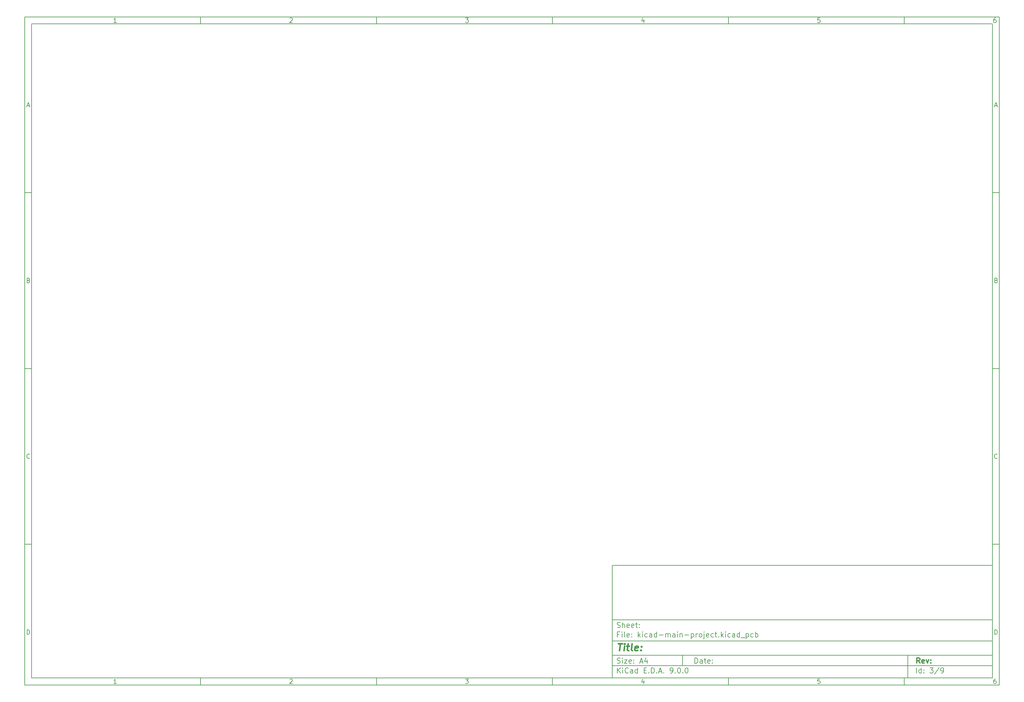
<source format=gbr>
%TF.GenerationSoftware,KiCad,Pcbnew,9.0.0*%
%TF.CreationDate,2025-05-10T22:05:33+07:00*%
%TF.ProjectId,kicad-main-project,6b696361-642d-46d6-9169-6e2d70726f6a,rev?*%
%TF.SameCoordinates,Original*%
%TF.FileFunction,Paste,Top*%
%TF.FilePolarity,Positive*%
%FSLAX46Y46*%
G04 Gerber Fmt 4.6, Leading zero omitted, Abs format (unit mm)*
G04 Created by KiCad (PCBNEW 9.0.0) date 2025-05-10 22:05:33*
%MOMM*%
%LPD*%
G01*
G04 APERTURE LIST*
%ADD10C,0.100000*%
%ADD11C,0.150000*%
%ADD12C,0.300000*%
%ADD13C,0.400000*%
G04 APERTURE END LIST*
D10*
D11*
X177002200Y-166007200D02*
X285002200Y-166007200D01*
X285002200Y-198007200D01*
X177002200Y-198007200D01*
X177002200Y-166007200D01*
D10*
D11*
X10000000Y-10000000D02*
X287002200Y-10000000D01*
X287002200Y-200007200D01*
X10000000Y-200007200D01*
X10000000Y-10000000D01*
D10*
D11*
X12000000Y-12000000D02*
X285002200Y-12000000D01*
X285002200Y-198007200D01*
X12000000Y-198007200D01*
X12000000Y-12000000D01*
D10*
D11*
X60000000Y-12000000D02*
X60000000Y-10000000D01*
D10*
D11*
X110000000Y-12000000D02*
X110000000Y-10000000D01*
D10*
D11*
X160000000Y-12000000D02*
X160000000Y-10000000D01*
D10*
D11*
X210000000Y-12000000D02*
X210000000Y-10000000D01*
D10*
D11*
X260000000Y-12000000D02*
X260000000Y-10000000D01*
D10*
D11*
X36089160Y-11593604D02*
X35346303Y-11593604D01*
X35717731Y-11593604D02*
X35717731Y-10293604D01*
X35717731Y-10293604D02*
X35593922Y-10479319D01*
X35593922Y-10479319D02*
X35470112Y-10603128D01*
X35470112Y-10603128D02*
X35346303Y-10665033D01*
D10*
D11*
X85346303Y-10417414D02*
X85408207Y-10355509D01*
X85408207Y-10355509D02*
X85532017Y-10293604D01*
X85532017Y-10293604D02*
X85841541Y-10293604D01*
X85841541Y-10293604D02*
X85965350Y-10355509D01*
X85965350Y-10355509D02*
X86027255Y-10417414D01*
X86027255Y-10417414D02*
X86089160Y-10541223D01*
X86089160Y-10541223D02*
X86089160Y-10665033D01*
X86089160Y-10665033D02*
X86027255Y-10850747D01*
X86027255Y-10850747D02*
X85284398Y-11593604D01*
X85284398Y-11593604D02*
X86089160Y-11593604D01*
D10*
D11*
X135284398Y-10293604D02*
X136089160Y-10293604D01*
X136089160Y-10293604D02*
X135655826Y-10788842D01*
X135655826Y-10788842D02*
X135841541Y-10788842D01*
X135841541Y-10788842D02*
X135965350Y-10850747D01*
X135965350Y-10850747D02*
X136027255Y-10912652D01*
X136027255Y-10912652D02*
X136089160Y-11036461D01*
X136089160Y-11036461D02*
X136089160Y-11345985D01*
X136089160Y-11345985D02*
X136027255Y-11469795D01*
X136027255Y-11469795D02*
X135965350Y-11531700D01*
X135965350Y-11531700D02*
X135841541Y-11593604D01*
X135841541Y-11593604D02*
X135470112Y-11593604D01*
X135470112Y-11593604D02*
X135346303Y-11531700D01*
X135346303Y-11531700D02*
X135284398Y-11469795D01*
D10*
D11*
X185965350Y-10726938D02*
X185965350Y-11593604D01*
X185655826Y-10231700D02*
X185346303Y-11160271D01*
X185346303Y-11160271D02*
X186151064Y-11160271D01*
D10*
D11*
X236027255Y-10293604D02*
X235408207Y-10293604D01*
X235408207Y-10293604D02*
X235346303Y-10912652D01*
X235346303Y-10912652D02*
X235408207Y-10850747D01*
X235408207Y-10850747D02*
X235532017Y-10788842D01*
X235532017Y-10788842D02*
X235841541Y-10788842D01*
X235841541Y-10788842D02*
X235965350Y-10850747D01*
X235965350Y-10850747D02*
X236027255Y-10912652D01*
X236027255Y-10912652D02*
X236089160Y-11036461D01*
X236089160Y-11036461D02*
X236089160Y-11345985D01*
X236089160Y-11345985D02*
X236027255Y-11469795D01*
X236027255Y-11469795D02*
X235965350Y-11531700D01*
X235965350Y-11531700D02*
X235841541Y-11593604D01*
X235841541Y-11593604D02*
X235532017Y-11593604D01*
X235532017Y-11593604D02*
X235408207Y-11531700D01*
X235408207Y-11531700D02*
X235346303Y-11469795D01*
D10*
D11*
X285965350Y-10293604D02*
X285717731Y-10293604D01*
X285717731Y-10293604D02*
X285593922Y-10355509D01*
X285593922Y-10355509D02*
X285532017Y-10417414D01*
X285532017Y-10417414D02*
X285408207Y-10603128D01*
X285408207Y-10603128D02*
X285346303Y-10850747D01*
X285346303Y-10850747D02*
X285346303Y-11345985D01*
X285346303Y-11345985D02*
X285408207Y-11469795D01*
X285408207Y-11469795D02*
X285470112Y-11531700D01*
X285470112Y-11531700D02*
X285593922Y-11593604D01*
X285593922Y-11593604D02*
X285841541Y-11593604D01*
X285841541Y-11593604D02*
X285965350Y-11531700D01*
X285965350Y-11531700D02*
X286027255Y-11469795D01*
X286027255Y-11469795D02*
X286089160Y-11345985D01*
X286089160Y-11345985D02*
X286089160Y-11036461D01*
X286089160Y-11036461D02*
X286027255Y-10912652D01*
X286027255Y-10912652D02*
X285965350Y-10850747D01*
X285965350Y-10850747D02*
X285841541Y-10788842D01*
X285841541Y-10788842D02*
X285593922Y-10788842D01*
X285593922Y-10788842D02*
X285470112Y-10850747D01*
X285470112Y-10850747D02*
X285408207Y-10912652D01*
X285408207Y-10912652D02*
X285346303Y-11036461D01*
D10*
D11*
X60000000Y-198007200D02*
X60000000Y-200007200D01*
D10*
D11*
X110000000Y-198007200D02*
X110000000Y-200007200D01*
D10*
D11*
X160000000Y-198007200D02*
X160000000Y-200007200D01*
D10*
D11*
X210000000Y-198007200D02*
X210000000Y-200007200D01*
D10*
D11*
X260000000Y-198007200D02*
X260000000Y-200007200D01*
D10*
D11*
X36089160Y-199600804D02*
X35346303Y-199600804D01*
X35717731Y-199600804D02*
X35717731Y-198300804D01*
X35717731Y-198300804D02*
X35593922Y-198486519D01*
X35593922Y-198486519D02*
X35470112Y-198610328D01*
X35470112Y-198610328D02*
X35346303Y-198672233D01*
D10*
D11*
X85346303Y-198424614D02*
X85408207Y-198362709D01*
X85408207Y-198362709D02*
X85532017Y-198300804D01*
X85532017Y-198300804D02*
X85841541Y-198300804D01*
X85841541Y-198300804D02*
X85965350Y-198362709D01*
X85965350Y-198362709D02*
X86027255Y-198424614D01*
X86027255Y-198424614D02*
X86089160Y-198548423D01*
X86089160Y-198548423D02*
X86089160Y-198672233D01*
X86089160Y-198672233D02*
X86027255Y-198857947D01*
X86027255Y-198857947D02*
X85284398Y-199600804D01*
X85284398Y-199600804D02*
X86089160Y-199600804D01*
D10*
D11*
X135284398Y-198300804D02*
X136089160Y-198300804D01*
X136089160Y-198300804D02*
X135655826Y-198796042D01*
X135655826Y-198796042D02*
X135841541Y-198796042D01*
X135841541Y-198796042D02*
X135965350Y-198857947D01*
X135965350Y-198857947D02*
X136027255Y-198919852D01*
X136027255Y-198919852D02*
X136089160Y-199043661D01*
X136089160Y-199043661D02*
X136089160Y-199353185D01*
X136089160Y-199353185D02*
X136027255Y-199476995D01*
X136027255Y-199476995D02*
X135965350Y-199538900D01*
X135965350Y-199538900D02*
X135841541Y-199600804D01*
X135841541Y-199600804D02*
X135470112Y-199600804D01*
X135470112Y-199600804D02*
X135346303Y-199538900D01*
X135346303Y-199538900D02*
X135284398Y-199476995D01*
D10*
D11*
X185965350Y-198734138D02*
X185965350Y-199600804D01*
X185655826Y-198238900D02*
X185346303Y-199167471D01*
X185346303Y-199167471D02*
X186151064Y-199167471D01*
D10*
D11*
X236027255Y-198300804D02*
X235408207Y-198300804D01*
X235408207Y-198300804D02*
X235346303Y-198919852D01*
X235346303Y-198919852D02*
X235408207Y-198857947D01*
X235408207Y-198857947D02*
X235532017Y-198796042D01*
X235532017Y-198796042D02*
X235841541Y-198796042D01*
X235841541Y-198796042D02*
X235965350Y-198857947D01*
X235965350Y-198857947D02*
X236027255Y-198919852D01*
X236027255Y-198919852D02*
X236089160Y-199043661D01*
X236089160Y-199043661D02*
X236089160Y-199353185D01*
X236089160Y-199353185D02*
X236027255Y-199476995D01*
X236027255Y-199476995D02*
X235965350Y-199538900D01*
X235965350Y-199538900D02*
X235841541Y-199600804D01*
X235841541Y-199600804D02*
X235532017Y-199600804D01*
X235532017Y-199600804D02*
X235408207Y-199538900D01*
X235408207Y-199538900D02*
X235346303Y-199476995D01*
D10*
D11*
X285965350Y-198300804D02*
X285717731Y-198300804D01*
X285717731Y-198300804D02*
X285593922Y-198362709D01*
X285593922Y-198362709D02*
X285532017Y-198424614D01*
X285532017Y-198424614D02*
X285408207Y-198610328D01*
X285408207Y-198610328D02*
X285346303Y-198857947D01*
X285346303Y-198857947D02*
X285346303Y-199353185D01*
X285346303Y-199353185D02*
X285408207Y-199476995D01*
X285408207Y-199476995D02*
X285470112Y-199538900D01*
X285470112Y-199538900D02*
X285593922Y-199600804D01*
X285593922Y-199600804D02*
X285841541Y-199600804D01*
X285841541Y-199600804D02*
X285965350Y-199538900D01*
X285965350Y-199538900D02*
X286027255Y-199476995D01*
X286027255Y-199476995D02*
X286089160Y-199353185D01*
X286089160Y-199353185D02*
X286089160Y-199043661D01*
X286089160Y-199043661D02*
X286027255Y-198919852D01*
X286027255Y-198919852D02*
X285965350Y-198857947D01*
X285965350Y-198857947D02*
X285841541Y-198796042D01*
X285841541Y-198796042D02*
X285593922Y-198796042D01*
X285593922Y-198796042D02*
X285470112Y-198857947D01*
X285470112Y-198857947D02*
X285408207Y-198919852D01*
X285408207Y-198919852D02*
X285346303Y-199043661D01*
D10*
D11*
X10000000Y-60000000D02*
X12000000Y-60000000D01*
D10*
D11*
X10000000Y-110000000D02*
X12000000Y-110000000D01*
D10*
D11*
X10000000Y-160000000D02*
X12000000Y-160000000D01*
D10*
D11*
X10690476Y-35222176D02*
X11309523Y-35222176D01*
X10566666Y-35593604D02*
X10999999Y-34293604D01*
X10999999Y-34293604D02*
X11433333Y-35593604D01*
D10*
D11*
X11092857Y-84912652D02*
X11278571Y-84974557D01*
X11278571Y-84974557D02*
X11340476Y-85036461D01*
X11340476Y-85036461D02*
X11402380Y-85160271D01*
X11402380Y-85160271D02*
X11402380Y-85345985D01*
X11402380Y-85345985D02*
X11340476Y-85469795D01*
X11340476Y-85469795D02*
X11278571Y-85531700D01*
X11278571Y-85531700D02*
X11154761Y-85593604D01*
X11154761Y-85593604D02*
X10659523Y-85593604D01*
X10659523Y-85593604D02*
X10659523Y-84293604D01*
X10659523Y-84293604D02*
X11092857Y-84293604D01*
X11092857Y-84293604D02*
X11216666Y-84355509D01*
X11216666Y-84355509D02*
X11278571Y-84417414D01*
X11278571Y-84417414D02*
X11340476Y-84541223D01*
X11340476Y-84541223D02*
X11340476Y-84665033D01*
X11340476Y-84665033D02*
X11278571Y-84788842D01*
X11278571Y-84788842D02*
X11216666Y-84850747D01*
X11216666Y-84850747D02*
X11092857Y-84912652D01*
X11092857Y-84912652D02*
X10659523Y-84912652D01*
D10*
D11*
X11402380Y-135469795D02*
X11340476Y-135531700D01*
X11340476Y-135531700D02*
X11154761Y-135593604D01*
X11154761Y-135593604D02*
X11030952Y-135593604D01*
X11030952Y-135593604D02*
X10845238Y-135531700D01*
X10845238Y-135531700D02*
X10721428Y-135407890D01*
X10721428Y-135407890D02*
X10659523Y-135284080D01*
X10659523Y-135284080D02*
X10597619Y-135036461D01*
X10597619Y-135036461D02*
X10597619Y-134850747D01*
X10597619Y-134850747D02*
X10659523Y-134603128D01*
X10659523Y-134603128D02*
X10721428Y-134479319D01*
X10721428Y-134479319D02*
X10845238Y-134355509D01*
X10845238Y-134355509D02*
X11030952Y-134293604D01*
X11030952Y-134293604D02*
X11154761Y-134293604D01*
X11154761Y-134293604D02*
X11340476Y-134355509D01*
X11340476Y-134355509D02*
X11402380Y-134417414D01*
D10*
D11*
X10659523Y-185593604D02*
X10659523Y-184293604D01*
X10659523Y-184293604D02*
X10969047Y-184293604D01*
X10969047Y-184293604D02*
X11154761Y-184355509D01*
X11154761Y-184355509D02*
X11278571Y-184479319D01*
X11278571Y-184479319D02*
X11340476Y-184603128D01*
X11340476Y-184603128D02*
X11402380Y-184850747D01*
X11402380Y-184850747D02*
X11402380Y-185036461D01*
X11402380Y-185036461D02*
X11340476Y-185284080D01*
X11340476Y-185284080D02*
X11278571Y-185407890D01*
X11278571Y-185407890D02*
X11154761Y-185531700D01*
X11154761Y-185531700D02*
X10969047Y-185593604D01*
X10969047Y-185593604D02*
X10659523Y-185593604D01*
D10*
D11*
X287002200Y-60000000D02*
X285002200Y-60000000D01*
D10*
D11*
X287002200Y-110000000D02*
X285002200Y-110000000D01*
D10*
D11*
X287002200Y-160000000D02*
X285002200Y-160000000D01*
D10*
D11*
X285692676Y-35222176D02*
X286311723Y-35222176D01*
X285568866Y-35593604D02*
X286002199Y-34293604D01*
X286002199Y-34293604D02*
X286435533Y-35593604D01*
D10*
D11*
X286095057Y-84912652D02*
X286280771Y-84974557D01*
X286280771Y-84974557D02*
X286342676Y-85036461D01*
X286342676Y-85036461D02*
X286404580Y-85160271D01*
X286404580Y-85160271D02*
X286404580Y-85345985D01*
X286404580Y-85345985D02*
X286342676Y-85469795D01*
X286342676Y-85469795D02*
X286280771Y-85531700D01*
X286280771Y-85531700D02*
X286156961Y-85593604D01*
X286156961Y-85593604D02*
X285661723Y-85593604D01*
X285661723Y-85593604D02*
X285661723Y-84293604D01*
X285661723Y-84293604D02*
X286095057Y-84293604D01*
X286095057Y-84293604D02*
X286218866Y-84355509D01*
X286218866Y-84355509D02*
X286280771Y-84417414D01*
X286280771Y-84417414D02*
X286342676Y-84541223D01*
X286342676Y-84541223D02*
X286342676Y-84665033D01*
X286342676Y-84665033D02*
X286280771Y-84788842D01*
X286280771Y-84788842D02*
X286218866Y-84850747D01*
X286218866Y-84850747D02*
X286095057Y-84912652D01*
X286095057Y-84912652D02*
X285661723Y-84912652D01*
D10*
D11*
X286404580Y-135469795D02*
X286342676Y-135531700D01*
X286342676Y-135531700D02*
X286156961Y-135593604D01*
X286156961Y-135593604D02*
X286033152Y-135593604D01*
X286033152Y-135593604D02*
X285847438Y-135531700D01*
X285847438Y-135531700D02*
X285723628Y-135407890D01*
X285723628Y-135407890D02*
X285661723Y-135284080D01*
X285661723Y-135284080D02*
X285599819Y-135036461D01*
X285599819Y-135036461D02*
X285599819Y-134850747D01*
X285599819Y-134850747D02*
X285661723Y-134603128D01*
X285661723Y-134603128D02*
X285723628Y-134479319D01*
X285723628Y-134479319D02*
X285847438Y-134355509D01*
X285847438Y-134355509D02*
X286033152Y-134293604D01*
X286033152Y-134293604D02*
X286156961Y-134293604D01*
X286156961Y-134293604D02*
X286342676Y-134355509D01*
X286342676Y-134355509D02*
X286404580Y-134417414D01*
D10*
D11*
X285661723Y-185593604D02*
X285661723Y-184293604D01*
X285661723Y-184293604D02*
X285971247Y-184293604D01*
X285971247Y-184293604D02*
X286156961Y-184355509D01*
X286156961Y-184355509D02*
X286280771Y-184479319D01*
X286280771Y-184479319D02*
X286342676Y-184603128D01*
X286342676Y-184603128D02*
X286404580Y-184850747D01*
X286404580Y-184850747D02*
X286404580Y-185036461D01*
X286404580Y-185036461D02*
X286342676Y-185284080D01*
X286342676Y-185284080D02*
X286280771Y-185407890D01*
X286280771Y-185407890D02*
X286156961Y-185531700D01*
X286156961Y-185531700D02*
X285971247Y-185593604D01*
X285971247Y-185593604D02*
X285661723Y-185593604D01*
D10*
D11*
X200458026Y-193793328D02*
X200458026Y-192293328D01*
X200458026Y-192293328D02*
X200815169Y-192293328D01*
X200815169Y-192293328D02*
X201029455Y-192364757D01*
X201029455Y-192364757D02*
X201172312Y-192507614D01*
X201172312Y-192507614D02*
X201243741Y-192650471D01*
X201243741Y-192650471D02*
X201315169Y-192936185D01*
X201315169Y-192936185D02*
X201315169Y-193150471D01*
X201315169Y-193150471D02*
X201243741Y-193436185D01*
X201243741Y-193436185D02*
X201172312Y-193579042D01*
X201172312Y-193579042D02*
X201029455Y-193721900D01*
X201029455Y-193721900D02*
X200815169Y-193793328D01*
X200815169Y-193793328D02*
X200458026Y-193793328D01*
X202600884Y-193793328D02*
X202600884Y-193007614D01*
X202600884Y-193007614D02*
X202529455Y-192864757D01*
X202529455Y-192864757D02*
X202386598Y-192793328D01*
X202386598Y-192793328D02*
X202100884Y-192793328D01*
X202100884Y-192793328D02*
X201958026Y-192864757D01*
X202600884Y-193721900D02*
X202458026Y-193793328D01*
X202458026Y-193793328D02*
X202100884Y-193793328D01*
X202100884Y-193793328D02*
X201958026Y-193721900D01*
X201958026Y-193721900D02*
X201886598Y-193579042D01*
X201886598Y-193579042D02*
X201886598Y-193436185D01*
X201886598Y-193436185D02*
X201958026Y-193293328D01*
X201958026Y-193293328D02*
X202100884Y-193221900D01*
X202100884Y-193221900D02*
X202458026Y-193221900D01*
X202458026Y-193221900D02*
X202600884Y-193150471D01*
X203100884Y-192793328D02*
X203672312Y-192793328D01*
X203315169Y-192293328D02*
X203315169Y-193579042D01*
X203315169Y-193579042D02*
X203386598Y-193721900D01*
X203386598Y-193721900D02*
X203529455Y-193793328D01*
X203529455Y-193793328D02*
X203672312Y-193793328D01*
X204743741Y-193721900D02*
X204600884Y-193793328D01*
X204600884Y-193793328D02*
X204315170Y-193793328D01*
X204315170Y-193793328D02*
X204172312Y-193721900D01*
X204172312Y-193721900D02*
X204100884Y-193579042D01*
X204100884Y-193579042D02*
X204100884Y-193007614D01*
X204100884Y-193007614D02*
X204172312Y-192864757D01*
X204172312Y-192864757D02*
X204315170Y-192793328D01*
X204315170Y-192793328D02*
X204600884Y-192793328D01*
X204600884Y-192793328D02*
X204743741Y-192864757D01*
X204743741Y-192864757D02*
X204815170Y-193007614D01*
X204815170Y-193007614D02*
X204815170Y-193150471D01*
X204815170Y-193150471D02*
X204100884Y-193293328D01*
X205458026Y-193650471D02*
X205529455Y-193721900D01*
X205529455Y-193721900D02*
X205458026Y-193793328D01*
X205458026Y-193793328D02*
X205386598Y-193721900D01*
X205386598Y-193721900D02*
X205458026Y-193650471D01*
X205458026Y-193650471D02*
X205458026Y-193793328D01*
X205458026Y-192864757D02*
X205529455Y-192936185D01*
X205529455Y-192936185D02*
X205458026Y-193007614D01*
X205458026Y-193007614D02*
X205386598Y-192936185D01*
X205386598Y-192936185D02*
X205458026Y-192864757D01*
X205458026Y-192864757D02*
X205458026Y-193007614D01*
D10*
D11*
X177002200Y-194507200D02*
X285002200Y-194507200D01*
D10*
D11*
X178458026Y-196593328D02*
X178458026Y-195093328D01*
X179315169Y-196593328D02*
X178672312Y-195736185D01*
X179315169Y-195093328D02*
X178458026Y-195950471D01*
X179958026Y-196593328D02*
X179958026Y-195593328D01*
X179958026Y-195093328D02*
X179886598Y-195164757D01*
X179886598Y-195164757D02*
X179958026Y-195236185D01*
X179958026Y-195236185D02*
X180029455Y-195164757D01*
X180029455Y-195164757D02*
X179958026Y-195093328D01*
X179958026Y-195093328D02*
X179958026Y-195236185D01*
X181529455Y-196450471D02*
X181458027Y-196521900D01*
X181458027Y-196521900D02*
X181243741Y-196593328D01*
X181243741Y-196593328D02*
X181100884Y-196593328D01*
X181100884Y-196593328D02*
X180886598Y-196521900D01*
X180886598Y-196521900D02*
X180743741Y-196379042D01*
X180743741Y-196379042D02*
X180672312Y-196236185D01*
X180672312Y-196236185D02*
X180600884Y-195950471D01*
X180600884Y-195950471D02*
X180600884Y-195736185D01*
X180600884Y-195736185D02*
X180672312Y-195450471D01*
X180672312Y-195450471D02*
X180743741Y-195307614D01*
X180743741Y-195307614D02*
X180886598Y-195164757D01*
X180886598Y-195164757D02*
X181100884Y-195093328D01*
X181100884Y-195093328D02*
X181243741Y-195093328D01*
X181243741Y-195093328D02*
X181458027Y-195164757D01*
X181458027Y-195164757D02*
X181529455Y-195236185D01*
X182815170Y-196593328D02*
X182815170Y-195807614D01*
X182815170Y-195807614D02*
X182743741Y-195664757D01*
X182743741Y-195664757D02*
X182600884Y-195593328D01*
X182600884Y-195593328D02*
X182315170Y-195593328D01*
X182315170Y-195593328D02*
X182172312Y-195664757D01*
X182815170Y-196521900D02*
X182672312Y-196593328D01*
X182672312Y-196593328D02*
X182315170Y-196593328D01*
X182315170Y-196593328D02*
X182172312Y-196521900D01*
X182172312Y-196521900D02*
X182100884Y-196379042D01*
X182100884Y-196379042D02*
X182100884Y-196236185D01*
X182100884Y-196236185D02*
X182172312Y-196093328D01*
X182172312Y-196093328D02*
X182315170Y-196021900D01*
X182315170Y-196021900D02*
X182672312Y-196021900D01*
X182672312Y-196021900D02*
X182815170Y-195950471D01*
X184172313Y-196593328D02*
X184172313Y-195093328D01*
X184172313Y-196521900D02*
X184029455Y-196593328D01*
X184029455Y-196593328D02*
X183743741Y-196593328D01*
X183743741Y-196593328D02*
X183600884Y-196521900D01*
X183600884Y-196521900D02*
X183529455Y-196450471D01*
X183529455Y-196450471D02*
X183458027Y-196307614D01*
X183458027Y-196307614D02*
X183458027Y-195879042D01*
X183458027Y-195879042D02*
X183529455Y-195736185D01*
X183529455Y-195736185D02*
X183600884Y-195664757D01*
X183600884Y-195664757D02*
X183743741Y-195593328D01*
X183743741Y-195593328D02*
X184029455Y-195593328D01*
X184029455Y-195593328D02*
X184172313Y-195664757D01*
X186029455Y-195807614D02*
X186529455Y-195807614D01*
X186743741Y-196593328D02*
X186029455Y-196593328D01*
X186029455Y-196593328D02*
X186029455Y-195093328D01*
X186029455Y-195093328D02*
X186743741Y-195093328D01*
X187386598Y-196450471D02*
X187458027Y-196521900D01*
X187458027Y-196521900D02*
X187386598Y-196593328D01*
X187386598Y-196593328D02*
X187315170Y-196521900D01*
X187315170Y-196521900D02*
X187386598Y-196450471D01*
X187386598Y-196450471D02*
X187386598Y-196593328D01*
X188100884Y-196593328D02*
X188100884Y-195093328D01*
X188100884Y-195093328D02*
X188458027Y-195093328D01*
X188458027Y-195093328D02*
X188672313Y-195164757D01*
X188672313Y-195164757D02*
X188815170Y-195307614D01*
X188815170Y-195307614D02*
X188886599Y-195450471D01*
X188886599Y-195450471D02*
X188958027Y-195736185D01*
X188958027Y-195736185D02*
X188958027Y-195950471D01*
X188958027Y-195950471D02*
X188886599Y-196236185D01*
X188886599Y-196236185D02*
X188815170Y-196379042D01*
X188815170Y-196379042D02*
X188672313Y-196521900D01*
X188672313Y-196521900D02*
X188458027Y-196593328D01*
X188458027Y-196593328D02*
X188100884Y-196593328D01*
X189600884Y-196450471D02*
X189672313Y-196521900D01*
X189672313Y-196521900D02*
X189600884Y-196593328D01*
X189600884Y-196593328D02*
X189529456Y-196521900D01*
X189529456Y-196521900D02*
X189600884Y-196450471D01*
X189600884Y-196450471D02*
X189600884Y-196593328D01*
X190243742Y-196164757D02*
X190958028Y-196164757D01*
X190100885Y-196593328D02*
X190600885Y-195093328D01*
X190600885Y-195093328D02*
X191100885Y-196593328D01*
X191600884Y-196450471D02*
X191672313Y-196521900D01*
X191672313Y-196521900D02*
X191600884Y-196593328D01*
X191600884Y-196593328D02*
X191529456Y-196521900D01*
X191529456Y-196521900D02*
X191600884Y-196450471D01*
X191600884Y-196450471D02*
X191600884Y-196593328D01*
X193529456Y-196593328D02*
X193815170Y-196593328D01*
X193815170Y-196593328D02*
X193958027Y-196521900D01*
X193958027Y-196521900D02*
X194029456Y-196450471D01*
X194029456Y-196450471D02*
X194172313Y-196236185D01*
X194172313Y-196236185D02*
X194243742Y-195950471D01*
X194243742Y-195950471D02*
X194243742Y-195379042D01*
X194243742Y-195379042D02*
X194172313Y-195236185D01*
X194172313Y-195236185D02*
X194100885Y-195164757D01*
X194100885Y-195164757D02*
X193958027Y-195093328D01*
X193958027Y-195093328D02*
X193672313Y-195093328D01*
X193672313Y-195093328D02*
X193529456Y-195164757D01*
X193529456Y-195164757D02*
X193458027Y-195236185D01*
X193458027Y-195236185D02*
X193386599Y-195379042D01*
X193386599Y-195379042D02*
X193386599Y-195736185D01*
X193386599Y-195736185D02*
X193458027Y-195879042D01*
X193458027Y-195879042D02*
X193529456Y-195950471D01*
X193529456Y-195950471D02*
X193672313Y-196021900D01*
X193672313Y-196021900D02*
X193958027Y-196021900D01*
X193958027Y-196021900D02*
X194100885Y-195950471D01*
X194100885Y-195950471D02*
X194172313Y-195879042D01*
X194172313Y-195879042D02*
X194243742Y-195736185D01*
X194886598Y-196450471D02*
X194958027Y-196521900D01*
X194958027Y-196521900D02*
X194886598Y-196593328D01*
X194886598Y-196593328D02*
X194815170Y-196521900D01*
X194815170Y-196521900D02*
X194886598Y-196450471D01*
X194886598Y-196450471D02*
X194886598Y-196593328D01*
X195886599Y-195093328D02*
X196029456Y-195093328D01*
X196029456Y-195093328D02*
X196172313Y-195164757D01*
X196172313Y-195164757D02*
X196243742Y-195236185D01*
X196243742Y-195236185D02*
X196315170Y-195379042D01*
X196315170Y-195379042D02*
X196386599Y-195664757D01*
X196386599Y-195664757D02*
X196386599Y-196021900D01*
X196386599Y-196021900D02*
X196315170Y-196307614D01*
X196315170Y-196307614D02*
X196243742Y-196450471D01*
X196243742Y-196450471D02*
X196172313Y-196521900D01*
X196172313Y-196521900D02*
X196029456Y-196593328D01*
X196029456Y-196593328D02*
X195886599Y-196593328D01*
X195886599Y-196593328D02*
X195743742Y-196521900D01*
X195743742Y-196521900D02*
X195672313Y-196450471D01*
X195672313Y-196450471D02*
X195600884Y-196307614D01*
X195600884Y-196307614D02*
X195529456Y-196021900D01*
X195529456Y-196021900D02*
X195529456Y-195664757D01*
X195529456Y-195664757D02*
X195600884Y-195379042D01*
X195600884Y-195379042D02*
X195672313Y-195236185D01*
X195672313Y-195236185D02*
X195743742Y-195164757D01*
X195743742Y-195164757D02*
X195886599Y-195093328D01*
X197029455Y-196450471D02*
X197100884Y-196521900D01*
X197100884Y-196521900D02*
X197029455Y-196593328D01*
X197029455Y-196593328D02*
X196958027Y-196521900D01*
X196958027Y-196521900D02*
X197029455Y-196450471D01*
X197029455Y-196450471D02*
X197029455Y-196593328D01*
X198029456Y-195093328D02*
X198172313Y-195093328D01*
X198172313Y-195093328D02*
X198315170Y-195164757D01*
X198315170Y-195164757D02*
X198386599Y-195236185D01*
X198386599Y-195236185D02*
X198458027Y-195379042D01*
X198458027Y-195379042D02*
X198529456Y-195664757D01*
X198529456Y-195664757D02*
X198529456Y-196021900D01*
X198529456Y-196021900D02*
X198458027Y-196307614D01*
X198458027Y-196307614D02*
X198386599Y-196450471D01*
X198386599Y-196450471D02*
X198315170Y-196521900D01*
X198315170Y-196521900D02*
X198172313Y-196593328D01*
X198172313Y-196593328D02*
X198029456Y-196593328D01*
X198029456Y-196593328D02*
X197886599Y-196521900D01*
X197886599Y-196521900D02*
X197815170Y-196450471D01*
X197815170Y-196450471D02*
X197743741Y-196307614D01*
X197743741Y-196307614D02*
X197672313Y-196021900D01*
X197672313Y-196021900D02*
X197672313Y-195664757D01*
X197672313Y-195664757D02*
X197743741Y-195379042D01*
X197743741Y-195379042D02*
X197815170Y-195236185D01*
X197815170Y-195236185D02*
X197886599Y-195164757D01*
X197886599Y-195164757D02*
X198029456Y-195093328D01*
D10*
D11*
X177002200Y-191507200D02*
X285002200Y-191507200D01*
D10*
D12*
X264413853Y-193785528D02*
X263913853Y-193071242D01*
X263556710Y-193785528D02*
X263556710Y-192285528D01*
X263556710Y-192285528D02*
X264128139Y-192285528D01*
X264128139Y-192285528D02*
X264270996Y-192356957D01*
X264270996Y-192356957D02*
X264342425Y-192428385D01*
X264342425Y-192428385D02*
X264413853Y-192571242D01*
X264413853Y-192571242D02*
X264413853Y-192785528D01*
X264413853Y-192785528D02*
X264342425Y-192928385D01*
X264342425Y-192928385D02*
X264270996Y-192999814D01*
X264270996Y-192999814D02*
X264128139Y-193071242D01*
X264128139Y-193071242D02*
X263556710Y-193071242D01*
X265628139Y-193714100D02*
X265485282Y-193785528D01*
X265485282Y-193785528D02*
X265199568Y-193785528D01*
X265199568Y-193785528D02*
X265056710Y-193714100D01*
X265056710Y-193714100D02*
X264985282Y-193571242D01*
X264985282Y-193571242D02*
X264985282Y-192999814D01*
X264985282Y-192999814D02*
X265056710Y-192856957D01*
X265056710Y-192856957D02*
X265199568Y-192785528D01*
X265199568Y-192785528D02*
X265485282Y-192785528D01*
X265485282Y-192785528D02*
X265628139Y-192856957D01*
X265628139Y-192856957D02*
X265699568Y-192999814D01*
X265699568Y-192999814D02*
X265699568Y-193142671D01*
X265699568Y-193142671D02*
X264985282Y-193285528D01*
X266199567Y-192785528D02*
X266556710Y-193785528D01*
X266556710Y-193785528D02*
X266913853Y-192785528D01*
X267485281Y-193642671D02*
X267556710Y-193714100D01*
X267556710Y-193714100D02*
X267485281Y-193785528D01*
X267485281Y-193785528D02*
X267413853Y-193714100D01*
X267413853Y-193714100D02*
X267485281Y-193642671D01*
X267485281Y-193642671D02*
X267485281Y-193785528D01*
X267485281Y-192856957D02*
X267556710Y-192928385D01*
X267556710Y-192928385D02*
X267485281Y-192999814D01*
X267485281Y-192999814D02*
X267413853Y-192928385D01*
X267413853Y-192928385D02*
X267485281Y-192856957D01*
X267485281Y-192856957D02*
X267485281Y-192999814D01*
D10*
D11*
X178386598Y-193721900D02*
X178600884Y-193793328D01*
X178600884Y-193793328D02*
X178958026Y-193793328D01*
X178958026Y-193793328D02*
X179100884Y-193721900D01*
X179100884Y-193721900D02*
X179172312Y-193650471D01*
X179172312Y-193650471D02*
X179243741Y-193507614D01*
X179243741Y-193507614D02*
X179243741Y-193364757D01*
X179243741Y-193364757D02*
X179172312Y-193221900D01*
X179172312Y-193221900D02*
X179100884Y-193150471D01*
X179100884Y-193150471D02*
X178958026Y-193079042D01*
X178958026Y-193079042D02*
X178672312Y-193007614D01*
X178672312Y-193007614D02*
X178529455Y-192936185D01*
X178529455Y-192936185D02*
X178458026Y-192864757D01*
X178458026Y-192864757D02*
X178386598Y-192721900D01*
X178386598Y-192721900D02*
X178386598Y-192579042D01*
X178386598Y-192579042D02*
X178458026Y-192436185D01*
X178458026Y-192436185D02*
X178529455Y-192364757D01*
X178529455Y-192364757D02*
X178672312Y-192293328D01*
X178672312Y-192293328D02*
X179029455Y-192293328D01*
X179029455Y-192293328D02*
X179243741Y-192364757D01*
X179886597Y-193793328D02*
X179886597Y-192793328D01*
X179886597Y-192293328D02*
X179815169Y-192364757D01*
X179815169Y-192364757D02*
X179886597Y-192436185D01*
X179886597Y-192436185D02*
X179958026Y-192364757D01*
X179958026Y-192364757D02*
X179886597Y-192293328D01*
X179886597Y-192293328D02*
X179886597Y-192436185D01*
X180458026Y-192793328D02*
X181243741Y-192793328D01*
X181243741Y-192793328D02*
X180458026Y-193793328D01*
X180458026Y-193793328D02*
X181243741Y-193793328D01*
X182386598Y-193721900D02*
X182243741Y-193793328D01*
X182243741Y-193793328D02*
X181958027Y-193793328D01*
X181958027Y-193793328D02*
X181815169Y-193721900D01*
X181815169Y-193721900D02*
X181743741Y-193579042D01*
X181743741Y-193579042D02*
X181743741Y-193007614D01*
X181743741Y-193007614D02*
X181815169Y-192864757D01*
X181815169Y-192864757D02*
X181958027Y-192793328D01*
X181958027Y-192793328D02*
X182243741Y-192793328D01*
X182243741Y-192793328D02*
X182386598Y-192864757D01*
X182386598Y-192864757D02*
X182458027Y-193007614D01*
X182458027Y-193007614D02*
X182458027Y-193150471D01*
X182458027Y-193150471D02*
X181743741Y-193293328D01*
X183100883Y-193650471D02*
X183172312Y-193721900D01*
X183172312Y-193721900D02*
X183100883Y-193793328D01*
X183100883Y-193793328D02*
X183029455Y-193721900D01*
X183029455Y-193721900D02*
X183100883Y-193650471D01*
X183100883Y-193650471D02*
X183100883Y-193793328D01*
X183100883Y-192864757D02*
X183172312Y-192936185D01*
X183172312Y-192936185D02*
X183100883Y-193007614D01*
X183100883Y-193007614D02*
X183029455Y-192936185D01*
X183029455Y-192936185D02*
X183100883Y-192864757D01*
X183100883Y-192864757D02*
X183100883Y-193007614D01*
X184886598Y-193364757D02*
X185600884Y-193364757D01*
X184743741Y-193793328D02*
X185243741Y-192293328D01*
X185243741Y-192293328D02*
X185743741Y-193793328D01*
X186886598Y-192793328D02*
X186886598Y-193793328D01*
X186529455Y-192221900D02*
X186172312Y-193293328D01*
X186172312Y-193293328D02*
X187100883Y-193293328D01*
D10*
D11*
X263458026Y-196593328D02*
X263458026Y-195093328D01*
X264815170Y-196593328D02*
X264815170Y-195093328D01*
X264815170Y-196521900D02*
X264672312Y-196593328D01*
X264672312Y-196593328D02*
X264386598Y-196593328D01*
X264386598Y-196593328D02*
X264243741Y-196521900D01*
X264243741Y-196521900D02*
X264172312Y-196450471D01*
X264172312Y-196450471D02*
X264100884Y-196307614D01*
X264100884Y-196307614D02*
X264100884Y-195879042D01*
X264100884Y-195879042D02*
X264172312Y-195736185D01*
X264172312Y-195736185D02*
X264243741Y-195664757D01*
X264243741Y-195664757D02*
X264386598Y-195593328D01*
X264386598Y-195593328D02*
X264672312Y-195593328D01*
X264672312Y-195593328D02*
X264815170Y-195664757D01*
X265529455Y-196450471D02*
X265600884Y-196521900D01*
X265600884Y-196521900D02*
X265529455Y-196593328D01*
X265529455Y-196593328D02*
X265458027Y-196521900D01*
X265458027Y-196521900D02*
X265529455Y-196450471D01*
X265529455Y-196450471D02*
X265529455Y-196593328D01*
X265529455Y-195664757D02*
X265600884Y-195736185D01*
X265600884Y-195736185D02*
X265529455Y-195807614D01*
X265529455Y-195807614D02*
X265458027Y-195736185D01*
X265458027Y-195736185D02*
X265529455Y-195664757D01*
X265529455Y-195664757D02*
X265529455Y-195807614D01*
X267243741Y-195093328D02*
X268172313Y-195093328D01*
X268172313Y-195093328D02*
X267672313Y-195664757D01*
X267672313Y-195664757D02*
X267886598Y-195664757D01*
X267886598Y-195664757D02*
X268029456Y-195736185D01*
X268029456Y-195736185D02*
X268100884Y-195807614D01*
X268100884Y-195807614D02*
X268172313Y-195950471D01*
X268172313Y-195950471D02*
X268172313Y-196307614D01*
X268172313Y-196307614D02*
X268100884Y-196450471D01*
X268100884Y-196450471D02*
X268029456Y-196521900D01*
X268029456Y-196521900D02*
X267886598Y-196593328D01*
X267886598Y-196593328D02*
X267458027Y-196593328D01*
X267458027Y-196593328D02*
X267315170Y-196521900D01*
X267315170Y-196521900D02*
X267243741Y-196450471D01*
X269886598Y-195021900D02*
X268600884Y-196950471D01*
X270458027Y-196593328D02*
X270743741Y-196593328D01*
X270743741Y-196593328D02*
X270886598Y-196521900D01*
X270886598Y-196521900D02*
X270958027Y-196450471D01*
X270958027Y-196450471D02*
X271100884Y-196236185D01*
X271100884Y-196236185D02*
X271172313Y-195950471D01*
X271172313Y-195950471D02*
X271172313Y-195379042D01*
X271172313Y-195379042D02*
X271100884Y-195236185D01*
X271100884Y-195236185D02*
X271029456Y-195164757D01*
X271029456Y-195164757D02*
X270886598Y-195093328D01*
X270886598Y-195093328D02*
X270600884Y-195093328D01*
X270600884Y-195093328D02*
X270458027Y-195164757D01*
X270458027Y-195164757D02*
X270386598Y-195236185D01*
X270386598Y-195236185D02*
X270315170Y-195379042D01*
X270315170Y-195379042D02*
X270315170Y-195736185D01*
X270315170Y-195736185D02*
X270386598Y-195879042D01*
X270386598Y-195879042D02*
X270458027Y-195950471D01*
X270458027Y-195950471D02*
X270600884Y-196021900D01*
X270600884Y-196021900D02*
X270886598Y-196021900D01*
X270886598Y-196021900D02*
X271029456Y-195950471D01*
X271029456Y-195950471D02*
X271100884Y-195879042D01*
X271100884Y-195879042D02*
X271172313Y-195736185D01*
D10*
D11*
X177002200Y-187507200D02*
X285002200Y-187507200D01*
D10*
D13*
X178693928Y-188211638D02*
X179836785Y-188211638D01*
X179015357Y-190211638D02*
X179265357Y-188211638D01*
X180253452Y-190211638D02*
X180420119Y-188878304D01*
X180503452Y-188211638D02*
X180396309Y-188306876D01*
X180396309Y-188306876D02*
X180479643Y-188402114D01*
X180479643Y-188402114D02*
X180586786Y-188306876D01*
X180586786Y-188306876D02*
X180503452Y-188211638D01*
X180503452Y-188211638D02*
X180479643Y-188402114D01*
X181086786Y-188878304D02*
X181848690Y-188878304D01*
X181455833Y-188211638D02*
X181241548Y-189925923D01*
X181241548Y-189925923D02*
X181312976Y-190116400D01*
X181312976Y-190116400D02*
X181491548Y-190211638D01*
X181491548Y-190211638D02*
X181682024Y-190211638D01*
X182634405Y-190211638D02*
X182455833Y-190116400D01*
X182455833Y-190116400D02*
X182384405Y-189925923D01*
X182384405Y-189925923D02*
X182598690Y-188211638D01*
X184170119Y-190116400D02*
X183967738Y-190211638D01*
X183967738Y-190211638D02*
X183586785Y-190211638D01*
X183586785Y-190211638D02*
X183408214Y-190116400D01*
X183408214Y-190116400D02*
X183336785Y-189925923D01*
X183336785Y-189925923D02*
X183432024Y-189164019D01*
X183432024Y-189164019D02*
X183551071Y-188973542D01*
X183551071Y-188973542D02*
X183753452Y-188878304D01*
X183753452Y-188878304D02*
X184134404Y-188878304D01*
X184134404Y-188878304D02*
X184312976Y-188973542D01*
X184312976Y-188973542D02*
X184384404Y-189164019D01*
X184384404Y-189164019D02*
X184360595Y-189354495D01*
X184360595Y-189354495D02*
X183384404Y-189544971D01*
X185134405Y-190021161D02*
X185217738Y-190116400D01*
X185217738Y-190116400D02*
X185110595Y-190211638D01*
X185110595Y-190211638D02*
X185027262Y-190116400D01*
X185027262Y-190116400D02*
X185134405Y-190021161D01*
X185134405Y-190021161D02*
X185110595Y-190211638D01*
X185265357Y-188973542D02*
X185348690Y-189068780D01*
X185348690Y-189068780D02*
X185241548Y-189164019D01*
X185241548Y-189164019D02*
X185158214Y-189068780D01*
X185158214Y-189068780D02*
X185265357Y-188973542D01*
X185265357Y-188973542D02*
X185241548Y-189164019D01*
D10*
D11*
X178958026Y-185607614D02*
X178458026Y-185607614D01*
X178458026Y-186393328D02*
X178458026Y-184893328D01*
X178458026Y-184893328D02*
X179172312Y-184893328D01*
X179743740Y-186393328D02*
X179743740Y-185393328D01*
X179743740Y-184893328D02*
X179672312Y-184964757D01*
X179672312Y-184964757D02*
X179743740Y-185036185D01*
X179743740Y-185036185D02*
X179815169Y-184964757D01*
X179815169Y-184964757D02*
X179743740Y-184893328D01*
X179743740Y-184893328D02*
X179743740Y-185036185D01*
X180672312Y-186393328D02*
X180529455Y-186321900D01*
X180529455Y-186321900D02*
X180458026Y-186179042D01*
X180458026Y-186179042D02*
X180458026Y-184893328D01*
X181815169Y-186321900D02*
X181672312Y-186393328D01*
X181672312Y-186393328D02*
X181386598Y-186393328D01*
X181386598Y-186393328D02*
X181243740Y-186321900D01*
X181243740Y-186321900D02*
X181172312Y-186179042D01*
X181172312Y-186179042D02*
X181172312Y-185607614D01*
X181172312Y-185607614D02*
X181243740Y-185464757D01*
X181243740Y-185464757D02*
X181386598Y-185393328D01*
X181386598Y-185393328D02*
X181672312Y-185393328D01*
X181672312Y-185393328D02*
X181815169Y-185464757D01*
X181815169Y-185464757D02*
X181886598Y-185607614D01*
X181886598Y-185607614D02*
X181886598Y-185750471D01*
X181886598Y-185750471D02*
X181172312Y-185893328D01*
X182529454Y-186250471D02*
X182600883Y-186321900D01*
X182600883Y-186321900D02*
X182529454Y-186393328D01*
X182529454Y-186393328D02*
X182458026Y-186321900D01*
X182458026Y-186321900D02*
X182529454Y-186250471D01*
X182529454Y-186250471D02*
X182529454Y-186393328D01*
X182529454Y-185464757D02*
X182600883Y-185536185D01*
X182600883Y-185536185D02*
X182529454Y-185607614D01*
X182529454Y-185607614D02*
X182458026Y-185536185D01*
X182458026Y-185536185D02*
X182529454Y-185464757D01*
X182529454Y-185464757D02*
X182529454Y-185607614D01*
X184386597Y-186393328D02*
X184386597Y-184893328D01*
X184529455Y-185821900D02*
X184958026Y-186393328D01*
X184958026Y-185393328D02*
X184386597Y-185964757D01*
X185600883Y-186393328D02*
X185600883Y-185393328D01*
X185600883Y-184893328D02*
X185529455Y-184964757D01*
X185529455Y-184964757D02*
X185600883Y-185036185D01*
X185600883Y-185036185D02*
X185672312Y-184964757D01*
X185672312Y-184964757D02*
X185600883Y-184893328D01*
X185600883Y-184893328D02*
X185600883Y-185036185D01*
X186958027Y-186321900D02*
X186815169Y-186393328D01*
X186815169Y-186393328D02*
X186529455Y-186393328D01*
X186529455Y-186393328D02*
X186386598Y-186321900D01*
X186386598Y-186321900D02*
X186315169Y-186250471D01*
X186315169Y-186250471D02*
X186243741Y-186107614D01*
X186243741Y-186107614D02*
X186243741Y-185679042D01*
X186243741Y-185679042D02*
X186315169Y-185536185D01*
X186315169Y-185536185D02*
X186386598Y-185464757D01*
X186386598Y-185464757D02*
X186529455Y-185393328D01*
X186529455Y-185393328D02*
X186815169Y-185393328D01*
X186815169Y-185393328D02*
X186958027Y-185464757D01*
X188243741Y-186393328D02*
X188243741Y-185607614D01*
X188243741Y-185607614D02*
X188172312Y-185464757D01*
X188172312Y-185464757D02*
X188029455Y-185393328D01*
X188029455Y-185393328D02*
X187743741Y-185393328D01*
X187743741Y-185393328D02*
X187600883Y-185464757D01*
X188243741Y-186321900D02*
X188100883Y-186393328D01*
X188100883Y-186393328D02*
X187743741Y-186393328D01*
X187743741Y-186393328D02*
X187600883Y-186321900D01*
X187600883Y-186321900D02*
X187529455Y-186179042D01*
X187529455Y-186179042D02*
X187529455Y-186036185D01*
X187529455Y-186036185D02*
X187600883Y-185893328D01*
X187600883Y-185893328D02*
X187743741Y-185821900D01*
X187743741Y-185821900D02*
X188100883Y-185821900D01*
X188100883Y-185821900D02*
X188243741Y-185750471D01*
X189600884Y-186393328D02*
X189600884Y-184893328D01*
X189600884Y-186321900D02*
X189458026Y-186393328D01*
X189458026Y-186393328D02*
X189172312Y-186393328D01*
X189172312Y-186393328D02*
X189029455Y-186321900D01*
X189029455Y-186321900D02*
X188958026Y-186250471D01*
X188958026Y-186250471D02*
X188886598Y-186107614D01*
X188886598Y-186107614D02*
X188886598Y-185679042D01*
X188886598Y-185679042D02*
X188958026Y-185536185D01*
X188958026Y-185536185D02*
X189029455Y-185464757D01*
X189029455Y-185464757D02*
X189172312Y-185393328D01*
X189172312Y-185393328D02*
X189458026Y-185393328D01*
X189458026Y-185393328D02*
X189600884Y-185464757D01*
X190315169Y-185821900D02*
X191458027Y-185821900D01*
X192172312Y-186393328D02*
X192172312Y-185393328D01*
X192172312Y-185536185D02*
X192243741Y-185464757D01*
X192243741Y-185464757D02*
X192386598Y-185393328D01*
X192386598Y-185393328D02*
X192600884Y-185393328D01*
X192600884Y-185393328D02*
X192743741Y-185464757D01*
X192743741Y-185464757D02*
X192815170Y-185607614D01*
X192815170Y-185607614D02*
X192815170Y-186393328D01*
X192815170Y-185607614D02*
X192886598Y-185464757D01*
X192886598Y-185464757D02*
X193029455Y-185393328D01*
X193029455Y-185393328D02*
X193243741Y-185393328D01*
X193243741Y-185393328D02*
X193386598Y-185464757D01*
X193386598Y-185464757D02*
X193458027Y-185607614D01*
X193458027Y-185607614D02*
X193458027Y-186393328D01*
X194815170Y-186393328D02*
X194815170Y-185607614D01*
X194815170Y-185607614D02*
X194743741Y-185464757D01*
X194743741Y-185464757D02*
X194600884Y-185393328D01*
X194600884Y-185393328D02*
X194315170Y-185393328D01*
X194315170Y-185393328D02*
X194172312Y-185464757D01*
X194815170Y-186321900D02*
X194672312Y-186393328D01*
X194672312Y-186393328D02*
X194315170Y-186393328D01*
X194315170Y-186393328D02*
X194172312Y-186321900D01*
X194172312Y-186321900D02*
X194100884Y-186179042D01*
X194100884Y-186179042D02*
X194100884Y-186036185D01*
X194100884Y-186036185D02*
X194172312Y-185893328D01*
X194172312Y-185893328D02*
X194315170Y-185821900D01*
X194315170Y-185821900D02*
X194672312Y-185821900D01*
X194672312Y-185821900D02*
X194815170Y-185750471D01*
X195529455Y-186393328D02*
X195529455Y-185393328D01*
X195529455Y-184893328D02*
X195458027Y-184964757D01*
X195458027Y-184964757D02*
X195529455Y-185036185D01*
X195529455Y-185036185D02*
X195600884Y-184964757D01*
X195600884Y-184964757D02*
X195529455Y-184893328D01*
X195529455Y-184893328D02*
X195529455Y-185036185D01*
X196243741Y-185393328D02*
X196243741Y-186393328D01*
X196243741Y-185536185D02*
X196315170Y-185464757D01*
X196315170Y-185464757D02*
X196458027Y-185393328D01*
X196458027Y-185393328D02*
X196672313Y-185393328D01*
X196672313Y-185393328D02*
X196815170Y-185464757D01*
X196815170Y-185464757D02*
X196886599Y-185607614D01*
X196886599Y-185607614D02*
X196886599Y-186393328D01*
X197600884Y-185821900D02*
X198743742Y-185821900D01*
X199458027Y-185393328D02*
X199458027Y-186893328D01*
X199458027Y-185464757D02*
X199600885Y-185393328D01*
X199600885Y-185393328D02*
X199886599Y-185393328D01*
X199886599Y-185393328D02*
X200029456Y-185464757D01*
X200029456Y-185464757D02*
X200100885Y-185536185D01*
X200100885Y-185536185D02*
X200172313Y-185679042D01*
X200172313Y-185679042D02*
X200172313Y-186107614D01*
X200172313Y-186107614D02*
X200100885Y-186250471D01*
X200100885Y-186250471D02*
X200029456Y-186321900D01*
X200029456Y-186321900D02*
X199886599Y-186393328D01*
X199886599Y-186393328D02*
X199600885Y-186393328D01*
X199600885Y-186393328D02*
X199458027Y-186321900D01*
X200815170Y-186393328D02*
X200815170Y-185393328D01*
X200815170Y-185679042D02*
X200886599Y-185536185D01*
X200886599Y-185536185D02*
X200958028Y-185464757D01*
X200958028Y-185464757D02*
X201100885Y-185393328D01*
X201100885Y-185393328D02*
X201243742Y-185393328D01*
X201958027Y-186393328D02*
X201815170Y-186321900D01*
X201815170Y-186321900D02*
X201743741Y-186250471D01*
X201743741Y-186250471D02*
X201672313Y-186107614D01*
X201672313Y-186107614D02*
X201672313Y-185679042D01*
X201672313Y-185679042D02*
X201743741Y-185536185D01*
X201743741Y-185536185D02*
X201815170Y-185464757D01*
X201815170Y-185464757D02*
X201958027Y-185393328D01*
X201958027Y-185393328D02*
X202172313Y-185393328D01*
X202172313Y-185393328D02*
X202315170Y-185464757D01*
X202315170Y-185464757D02*
X202386599Y-185536185D01*
X202386599Y-185536185D02*
X202458027Y-185679042D01*
X202458027Y-185679042D02*
X202458027Y-186107614D01*
X202458027Y-186107614D02*
X202386599Y-186250471D01*
X202386599Y-186250471D02*
X202315170Y-186321900D01*
X202315170Y-186321900D02*
X202172313Y-186393328D01*
X202172313Y-186393328D02*
X201958027Y-186393328D01*
X203100884Y-185393328D02*
X203100884Y-186679042D01*
X203100884Y-186679042D02*
X203029456Y-186821900D01*
X203029456Y-186821900D02*
X202886599Y-186893328D01*
X202886599Y-186893328D02*
X202815170Y-186893328D01*
X203100884Y-184893328D02*
X203029456Y-184964757D01*
X203029456Y-184964757D02*
X203100884Y-185036185D01*
X203100884Y-185036185D02*
X203172313Y-184964757D01*
X203172313Y-184964757D02*
X203100884Y-184893328D01*
X203100884Y-184893328D02*
X203100884Y-185036185D01*
X204386599Y-186321900D02*
X204243742Y-186393328D01*
X204243742Y-186393328D02*
X203958028Y-186393328D01*
X203958028Y-186393328D02*
X203815170Y-186321900D01*
X203815170Y-186321900D02*
X203743742Y-186179042D01*
X203743742Y-186179042D02*
X203743742Y-185607614D01*
X203743742Y-185607614D02*
X203815170Y-185464757D01*
X203815170Y-185464757D02*
X203958028Y-185393328D01*
X203958028Y-185393328D02*
X204243742Y-185393328D01*
X204243742Y-185393328D02*
X204386599Y-185464757D01*
X204386599Y-185464757D02*
X204458028Y-185607614D01*
X204458028Y-185607614D02*
X204458028Y-185750471D01*
X204458028Y-185750471D02*
X203743742Y-185893328D01*
X205743742Y-186321900D02*
X205600884Y-186393328D01*
X205600884Y-186393328D02*
X205315170Y-186393328D01*
X205315170Y-186393328D02*
X205172313Y-186321900D01*
X205172313Y-186321900D02*
X205100884Y-186250471D01*
X205100884Y-186250471D02*
X205029456Y-186107614D01*
X205029456Y-186107614D02*
X205029456Y-185679042D01*
X205029456Y-185679042D02*
X205100884Y-185536185D01*
X205100884Y-185536185D02*
X205172313Y-185464757D01*
X205172313Y-185464757D02*
X205315170Y-185393328D01*
X205315170Y-185393328D02*
X205600884Y-185393328D01*
X205600884Y-185393328D02*
X205743742Y-185464757D01*
X206172313Y-185393328D02*
X206743741Y-185393328D01*
X206386598Y-184893328D02*
X206386598Y-186179042D01*
X206386598Y-186179042D02*
X206458027Y-186321900D01*
X206458027Y-186321900D02*
X206600884Y-186393328D01*
X206600884Y-186393328D02*
X206743741Y-186393328D01*
X207243741Y-186250471D02*
X207315170Y-186321900D01*
X207315170Y-186321900D02*
X207243741Y-186393328D01*
X207243741Y-186393328D02*
X207172313Y-186321900D01*
X207172313Y-186321900D02*
X207243741Y-186250471D01*
X207243741Y-186250471D02*
X207243741Y-186393328D01*
X207958027Y-186393328D02*
X207958027Y-184893328D01*
X208100885Y-185821900D02*
X208529456Y-186393328D01*
X208529456Y-185393328D02*
X207958027Y-185964757D01*
X209172313Y-186393328D02*
X209172313Y-185393328D01*
X209172313Y-184893328D02*
X209100885Y-184964757D01*
X209100885Y-184964757D02*
X209172313Y-185036185D01*
X209172313Y-185036185D02*
X209243742Y-184964757D01*
X209243742Y-184964757D02*
X209172313Y-184893328D01*
X209172313Y-184893328D02*
X209172313Y-185036185D01*
X210529457Y-186321900D02*
X210386599Y-186393328D01*
X210386599Y-186393328D02*
X210100885Y-186393328D01*
X210100885Y-186393328D02*
X209958028Y-186321900D01*
X209958028Y-186321900D02*
X209886599Y-186250471D01*
X209886599Y-186250471D02*
X209815171Y-186107614D01*
X209815171Y-186107614D02*
X209815171Y-185679042D01*
X209815171Y-185679042D02*
X209886599Y-185536185D01*
X209886599Y-185536185D02*
X209958028Y-185464757D01*
X209958028Y-185464757D02*
X210100885Y-185393328D01*
X210100885Y-185393328D02*
X210386599Y-185393328D01*
X210386599Y-185393328D02*
X210529457Y-185464757D01*
X211815171Y-186393328D02*
X211815171Y-185607614D01*
X211815171Y-185607614D02*
X211743742Y-185464757D01*
X211743742Y-185464757D02*
X211600885Y-185393328D01*
X211600885Y-185393328D02*
X211315171Y-185393328D01*
X211315171Y-185393328D02*
X211172313Y-185464757D01*
X211815171Y-186321900D02*
X211672313Y-186393328D01*
X211672313Y-186393328D02*
X211315171Y-186393328D01*
X211315171Y-186393328D02*
X211172313Y-186321900D01*
X211172313Y-186321900D02*
X211100885Y-186179042D01*
X211100885Y-186179042D02*
X211100885Y-186036185D01*
X211100885Y-186036185D02*
X211172313Y-185893328D01*
X211172313Y-185893328D02*
X211315171Y-185821900D01*
X211315171Y-185821900D02*
X211672313Y-185821900D01*
X211672313Y-185821900D02*
X211815171Y-185750471D01*
X213172314Y-186393328D02*
X213172314Y-184893328D01*
X213172314Y-186321900D02*
X213029456Y-186393328D01*
X213029456Y-186393328D02*
X212743742Y-186393328D01*
X212743742Y-186393328D02*
X212600885Y-186321900D01*
X212600885Y-186321900D02*
X212529456Y-186250471D01*
X212529456Y-186250471D02*
X212458028Y-186107614D01*
X212458028Y-186107614D02*
X212458028Y-185679042D01*
X212458028Y-185679042D02*
X212529456Y-185536185D01*
X212529456Y-185536185D02*
X212600885Y-185464757D01*
X212600885Y-185464757D02*
X212743742Y-185393328D01*
X212743742Y-185393328D02*
X213029456Y-185393328D01*
X213029456Y-185393328D02*
X213172314Y-185464757D01*
X213529457Y-186536185D02*
X214672314Y-186536185D01*
X215029456Y-185393328D02*
X215029456Y-186893328D01*
X215029456Y-185464757D02*
X215172314Y-185393328D01*
X215172314Y-185393328D02*
X215458028Y-185393328D01*
X215458028Y-185393328D02*
X215600885Y-185464757D01*
X215600885Y-185464757D02*
X215672314Y-185536185D01*
X215672314Y-185536185D02*
X215743742Y-185679042D01*
X215743742Y-185679042D02*
X215743742Y-186107614D01*
X215743742Y-186107614D02*
X215672314Y-186250471D01*
X215672314Y-186250471D02*
X215600885Y-186321900D01*
X215600885Y-186321900D02*
X215458028Y-186393328D01*
X215458028Y-186393328D02*
X215172314Y-186393328D01*
X215172314Y-186393328D02*
X215029456Y-186321900D01*
X217029457Y-186321900D02*
X216886599Y-186393328D01*
X216886599Y-186393328D02*
X216600885Y-186393328D01*
X216600885Y-186393328D02*
X216458028Y-186321900D01*
X216458028Y-186321900D02*
X216386599Y-186250471D01*
X216386599Y-186250471D02*
X216315171Y-186107614D01*
X216315171Y-186107614D02*
X216315171Y-185679042D01*
X216315171Y-185679042D02*
X216386599Y-185536185D01*
X216386599Y-185536185D02*
X216458028Y-185464757D01*
X216458028Y-185464757D02*
X216600885Y-185393328D01*
X216600885Y-185393328D02*
X216886599Y-185393328D01*
X216886599Y-185393328D02*
X217029457Y-185464757D01*
X217672313Y-186393328D02*
X217672313Y-184893328D01*
X217672313Y-185464757D02*
X217815171Y-185393328D01*
X217815171Y-185393328D02*
X218100885Y-185393328D01*
X218100885Y-185393328D02*
X218243742Y-185464757D01*
X218243742Y-185464757D02*
X218315171Y-185536185D01*
X218315171Y-185536185D02*
X218386599Y-185679042D01*
X218386599Y-185679042D02*
X218386599Y-186107614D01*
X218386599Y-186107614D02*
X218315171Y-186250471D01*
X218315171Y-186250471D02*
X218243742Y-186321900D01*
X218243742Y-186321900D02*
X218100885Y-186393328D01*
X218100885Y-186393328D02*
X217815171Y-186393328D01*
X217815171Y-186393328D02*
X217672313Y-186321900D01*
D10*
D11*
X177002200Y-181507200D02*
X285002200Y-181507200D01*
D10*
D11*
X178386598Y-183621900D02*
X178600884Y-183693328D01*
X178600884Y-183693328D02*
X178958026Y-183693328D01*
X178958026Y-183693328D02*
X179100884Y-183621900D01*
X179100884Y-183621900D02*
X179172312Y-183550471D01*
X179172312Y-183550471D02*
X179243741Y-183407614D01*
X179243741Y-183407614D02*
X179243741Y-183264757D01*
X179243741Y-183264757D02*
X179172312Y-183121900D01*
X179172312Y-183121900D02*
X179100884Y-183050471D01*
X179100884Y-183050471D02*
X178958026Y-182979042D01*
X178958026Y-182979042D02*
X178672312Y-182907614D01*
X178672312Y-182907614D02*
X178529455Y-182836185D01*
X178529455Y-182836185D02*
X178458026Y-182764757D01*
X178458026Y-182764757D02*
X178386598Y-182621900D01*
X178386598Y-182621900D02*
X178386598Y-182479042D01*
X178386598Y-182479042D02*
X178458026Y-182336185D01*
X178458026Y-182336185D02*
X178529455Y-182264757D01*
X178529455Y-182264757D02*
X178672312Y-182193328D01*
X178672312Y-182193328D02*
X179029455Y-182193328D01*
X179029455Y-182193328D02*
X179243741Y-182264757D01*
X179886597Y-183693328D02*
X179886597Y-182193328D01*
X180529455Y-183693328D02*
X180529455Y-182907614D01*
X180529455Y-182907614D02*
X180458026Y-182764757D01*
X180458026Y-182764757D02*
X180315169Y-182693328D01*
X180315169Y-182693328D02*
X180100883Y-182693328D01*
X180100883Y-182693328D02*
X179958026Y-182764757D01*
X179958026Y-182764757D02*
X179886597Y-182836185D01*
X181815169Y-183621900D02*
X181672312Y-183693328D01*
X181672312Y-183693328D02*
X181386598Y-183693328D01*
X181386598Y-183693328D02*
X181243740Y-183621900D01*
X181243740Y-183621900D02*
X181172312Y-183479042D01*
X181172312Y-183479042D02*
X181172312Y-182907614D01*
X181172312Y-182907614D02*
X181243740Y-182764757D01*
X181243740Y-182764757D02*
X181386598Y-182693328D01*
X181386598Y-182693328D02*
X181672312Y-182693328D01*
X181672312Y-182693328D02*
X181815169Y-182764757D01*
X181815169Y-182764757D02*
X181886598Y-182907614D01*
X181886598Y-182907614D02*
X181886598Y-183050471D01*
X181886598Y-183050471D02*
X181172312Y-183193328D01*
X183100883Y-183621900D02*
X182958026Y-183693328D01*
X182958026Y-183693328D02*
X182672312Y-183693328D01*
X182672312Y-183693328D02*
X182529454Y-183621900D01*
X182529454Y-183621900D02*
X182458026Y-183479042D01*
X182458026Y-183479042D02*
X182458026Y-182907614D01*
X182458026Y-182907614D02*
X182529454Y-182764757D01*
X182529454Y-182764757D02*
X182672312Y-182693328D01*
X182672312Y-182693328D02*
X182958026Y-182693328D01*
X182958026Y-182693328D02*
X183100883Y-182764757D01*
X183100883Y-182764757D02*
X183172312Y-182907614D01*
X183172312Y-182907614D02*
X183172312Y-183050471D01*
X183172312Y-183050471D02*
X182458026Y-183193328D01*
X183600883Y-182693328D02*
X184172311Y-182693328D01*
X183815168Y-182193328D02*
X183815168Y-183479042D01*
X183815168Y-183479042D02*
X183886597Y-183621900D01*
X183886597Y-183621900D02*
X184029454Y-183693328D01*
X184029454Y-183693328D02*
X184172311Y-183693328D01*
X184672311Y-183550471D02*
X184743740Y-183621900D01*
X184743740Y-183621900D02*
X184672311Y-183693328D01*
X184672311Y-183693328D02*
X184600883Y-183621900D01*
X184600883Y-183621900D02*
X184672311Y-183550471D01*
X184672311Y-183550471D02*
X184672311Y-183693328D01*
X184672311Y-182764757D02*
X184743740Y-182836185D01*
X184743740Y-182836185D02*
X184672311Y-182907614D01*
X184672311Y-182907614D02*
X184600883Y-182836185D01*
X184600883Y-182836185D02*
X184672311Y-182764757D01*
X184672311Y-182764757D02*
X184672311Y-182907614D01*
D10*
D11*
X197002200Y-191507200D02*
X197002200Y-194507200D01*
D10*
D11*
X261002200Y-191507200D02*
X261002200Y-198007200D01*
M02*

</source>
